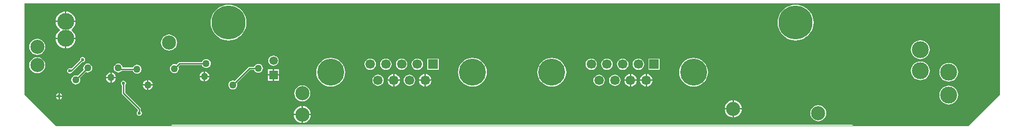
<source format=gbl>
%FSLAX25Y25*%
%MOIN*%
G70*
G01*
G75*
G04 Layer_Physical_Order=2*
G04 Layer_Color=16711680*
%ADD10O,0.08661X0.02362*%
%ADD11R,0.03543X0.05118*%
%ADD12R,0.02362X0.05512*%
%ADD13R,0.05118X0.03543*%
%ADD14R,0.04921X0.05906*%
%ADD15R,0.02362X0.05906*%
%ADD16C,0.00100*%
%ADD17C,0.01000*%
%ADD18C,0.07874*%
%ADD19C,0.06500*%
%ADD20C,0.00098*%
%ADD21C,0.18740*%
%ADD22R,0.06654X0.06654*%
%ADD23C,0.06654*%
%ADD24C,0.09843*%
%ADD25R,0.05906X0.05906*%
%ADD26C,0.05906*%
%ADD27C,0.23622*%
%ADD28C,0.11811*%
%ADD29C,0.02362*%
%ADD30C,0.05000*%
G36*
X763779Y32480D02*
X742126Y10827D01*
X662080D01*
X662030Y11080D01*
X661886Y11295D01*
X661671Y11439D01*
X661417Y11490D01*
X188976D01*
X188723Y11439D01*
X188508Y11295D01*
X188364Y11080D01*
X188314Y10827D01*
X108268D01*
X86614Y32480D01*
X86614D01*
Y96457D01*
X763779D01*
Y32480D01*
D02*
G37*
%LPC*%
G36*
X511727Y42138D02*
X507929D01*
Y38339D01*
X508559Y38422D01*
X509611Y38858D01*
X510515Y39552D01*
X511209Y40456D01*
X511645Y41508D01*
X511727Y42138D01*
D02*
G37*
G36*
X506929D02*
X503131D01*
X503214Y41508D01*
X503650Y40456D01*
X504343Y39552D01*
X505247Y38858D01*
X506300Y38422D01*
X506929Y38339D01*
Y42138D01*
D02*
G37*
G36*
X517835D02*
X514036D01*
X514119Y41508D01*
X514555Y40456D01*
X515249Y39552D01*
X516153Y38858D01*
X517205Y38422D01*
X517835Y38339D01*
Y42138D01*
D02*
G37*
G36*
X332118Y46598D02*
X331093Y46464D01*
X330138Y46068D01*
X329317Y45438D01*
X328688Y44618D01*
X328292Y43663D01*
X328157Y42638D01*
X328292Y41613D01*
X328688Y40657D01*
X329317Y39837D01*
X330138Y39208D01*
X331093Y38812D01*
X332118Y38677D01*
X333143Y38812D01*
X334099Y39208D01*
X334919Y39837D01*
X335548Y40657D01*
X335944Y41613D01*
X336079Y42638D01*
X335944Y43663D01*
X335548Y44618D01*
X334919Y45438D01*
X334099Y46068D01*
X333143Y46464D01*
X332118Y46598D01*
D02*
G37*
G36*
X522633Y42138D02*
X518835D01*
Y38339D01*
X519464Y38422D01*
X520517Y38858D01*
X521421Y39552D01*
X522114Y40456D01*
X522550Y41508D01*
X522633Y42138D01*
D02*
G37*
G36*
X342524D02*
X338725D01*
X338808Y41508D01*
X339244Y40456D01*
X339938Y39552D01*
X340842Y38858D01*
X341894Y38422D01*
X342524Y38339D01*
Y42138D01*
D02*
G37*
G36*
X551169Y58247D02*
X549215Y58054D01*
X547335Y57484D01*
X545603Y56558D01*
X544085Y55312D01*
X542839Y53794D01*
X541914Y52062D01*
X541343Y50183D01*
X541151Y48228D01*
X541343Y46274D01*
X541914Y44394D01*
X542839Y42663D01*
X544085Y41144D01*
X545603Y39898D01*
X547335Y38973D01*
X549215Y38403D01*
X551169Y38210D01*
X553124Y38403D01*
X555003Y38973D01*
X556735Y39898D01*
X558253Y41144D01*
X559499Y42663D01*
X560425Y44394D01*
X560995Y46274D01*
X561188Y48228D01*
X560995Y50183D01*
X560425Y52062D01*
X559499Y53794D01*
X558253Y55312D01*
X556735Y56558D01*
X555003Y57484D01*
X553124Y58054D01*
X551169Y58247D01*
D02*
G37*
G36*
X347322Y42138D02*
X343524D01*
Y38339D01*
X344153Y38422D01*
X345206Y38858D01*
X346110Y39552D01*
X346803Y40456D01*
X347239Y41508D01*
X347322Y42138D01*
D02*
G37*
G36*
X369133D02*
X365335D01*
Y38339D01*
X365964Y38422D01*
X367017Y38858D01*
X367921Y39552D01*
X368614Y40456D01*
X369050Y41508D01*
X369133Y42138D01*
D02*
G37*
G36*
X364335D02*
X360536D01*
X360619Y41508D01*
X361055Y40456D01*
X361749Y39552D01*
X362653Y38858D01*
X363705Y38422D01*
X364335Y38339D01*
Y42138D01*
D02*
G37*
G36*
X353929Y46598D02*
X352904Y46464D01*
X351949Y46068D01*
X351129Y45438D01*
X350499Y44618D01*
X350103Y43663D01*
X349969Y42638D01*
X350103Y41613D01*
X350499Y40657D01*
X351129Y39837D01*
X351949Y39208D01*
X352904Y38812D01*
X353929Y38677D01*
X354954Y38812D01*
X355909Y39208D01*
X356730Y39837D01*
X357359Y40657D01*
X357755Y41613D01*
X357890Y42638D01*
X357755Y43663D01*
X357359Y44618D01*
X356730Y45438D01*
X355909Y46068D01*
X354954Y46464D01*
X353929Y46598D01*
D02*
G37*
G36*
X728346Y54765D02*
X727071Y54640D01*
X725845Y54268D01*
X724715Y53664D01*
X723724Y52851D01*
X722911Y51860D01*
X722307Y50730D01*
X721935Y49504D01*
X721809Y48228D01*
X721935Y46953D01*
X722307Y45727D01*
X722911Y44597D01*
X723724Y43606D01*
X724715Y42793D01*
X725845Y42189D01*
X727071Y41817D01*
X728346Y41691D01*
X729622Y41817D01*
X730848Y42189D01*
X731978Y42793D01*
X732969Y43606D01*
X733782Y44597D01*
X734386Y45727D01*
X734758Y46953D01*
X734883Y48228D01*
X734758Y49504D01*
X734386Y50730D01*
X733782Y51860D01*
X732969Y52851D01*
X731978Y53664D01*
X730848Y54268D01*
X729622Y54640D01*
X728346Y54765D01*
D02*
G37*
G36*
X150118Y43988D02*
X147153D01*
Y41024D01*
X147567Y41078D01*
X148419Y41431D01*
X149150Y41992D01*
X149711Y42723D01*
X150063Y43575D01*
X150118Y43988D01*
D02*
G37*
G36*
X211114Y44776D02*
X208150D01*
X208204Y44362D01*
X208557Y43510D01*
X209118Y42779D01*
X209849Y42218D01*
X210700Y41866D01*
X211114Y41811D01*
Y44776D01*
D02*
G37*
G36*
X258976Y45827D02*
X255524D01*
Y42374D01*
X258976D01*
Y45827D01*
D02*
G37*
G36*
X215078Y44776D02*
X212114D01*
Y41811D01*
X212528Y41866D01*
X213379Y42218D01*
X214110Y42779D01*
X214671Y43510D01*
X215024Y44362D01*
X215078Y44776D01*
D02*
G37*
G36*
X496524Y46598D02*
X495499Y46464D01*
X494543Y46068D01*
X493723Y45438D01*
X493094Y44618D01*
X492698Y43663D01*
X492563Y42638D01*
X492698Y41613D01*
X493094Y40657D01*
X493723Y39837D01*
X494543Y39208D01*
X495499Y38812D01*
X496524Y38677D01*
X497549Y38812D01*
X498504Y39208D01*
X499324Y39837D01*
X499954Y40657D01*
X500349Y41613D01*
X500484Y42638D01*
X500349Y43663D01*
X499954Y44618D01*
X499324Y45438D01*
X498504Y46068D01*
X497549Y46464D01*
X496524Y46598D01*
D02*
G37*
G36*
X485618D02*
X484593Y46464D01*
X483638Y46068D01*
X482818Y45438D01*
X482188Y44618D01*
X481792Y43663D01*
X481658Y42638D01*
X481792Y41613D01*
X482188Y40657D01*
X482818Y39837D01*
X483638Y39208D01*
X484593Y38812D01*
X485618Y38677D01*
X486643Y38812D01*
X487598Y39208D01*
X488419Y39837D01*
X489048Y40657D01*
X489444Y41613D01*
X489579Y42638D01*
X489444Y43663D01*
X489048Y44618D01*
X488419Y45438D01*
X487598Y46068D01*
X486643Y46464D01*
X485618Y46598D01*
D02*
G37*
G36*
X171744Y42834D02*
X171330Y42780D01*
X170479Y42427D01*
X169748Y41866D01*
X169187Y41135D01*
X168834Y40284D01*
X168780Y39870D01*
X171744D01*
Y42834D01*
D02*
G37*
G36*
X146153Y43988D02*
X143189D01*
X143244Y43575D01*
X143596Y42723D01*
X144157Y41992D01*
X144888Y41431D01*
X145740Y41078D01*
X146153Y41024D01*
Y43988D01*
D02*
G37*
G36*
X172744Y42834D02*
Y39870D01*
X175708D01*
X175654Y40284D01*
X175301Y41135D01*
X174740Y41866D01*
X174009Y42427D01*
X173158Y42780D01*
X172744Y42834D01*
D02*
G37*
G36*
X279028Y24601D02*
X278367Y24536D01*
X277251Y24198D01*
X276222Y23648D01*
X275320Y22908D01*
X274580Y22006D01*
X274031Y20978D01*
X273692Y19862D01*
X273627Y19201D01*
X279028D01*
Y24601D01*
D02*
G37*
G36*
X155372Y42311D02*
X154677Y42172D01*
X154088Y41779D01*
X153694Y41189D01*
X153556Y40494D01*
X153694Y39799D01*
X154088Y39210D01*
X154250Y39102D01*
Y33605D01*
X154250Y33605D01*
X154335Y33176D01*
X154579Y32812D01*
X165217Y22173D01*
Y21078D01*
X165055Y20969D01*
X164661Y20380D01*
X164523Y19685D01*
X164661Y18990D01*
X165055Y18401D01*
X165644Y18007D01*
X166339Y17869D01*
X167034Y18007D01*
X167623Y18401D01*
X168016Y18990D01*
X168155Y19685D01*
X168016Y20380D01*
X167623Y20969D01*
X167460Y21078D01*
Y22638D01*
X167460Y22638D01*
X167375Y23067D01*
X167132Y23431D01*
X167132Y23431D01*
X156493Y34069D01*
Y39102D01*
X156656Y39210D01*
X157049Y39799D01*
X157188Y40494D01*
X157049Y41189D01*
X156656Y41779D01*
X156067Y42172D01*
X155372Y42311D01*
D02*
G37*
G36*
X280028Y24601D02*
Y19201D01*
X285428D01*
X285363Y19862D01*
X285025Y20978D01*
X284475Y22006D01*
X283735Y22908D01*
X282833Y23648D01*
X281804Y24198D01*
X280688Y24536D01*
X280028Y24601D01*
D02*
G37*
G36*
X579240Y28539D02*
Y23138D01*
X584641D01*
X584576Y23799D01*
X584237Y24915D01*
X583687Y25943D01*
X582947Y26845D01*
X582046Y27585D01*
X581017Y28135D01*
X579901Y28473D01*
X579240Y28539D01*
D02*
G37*
G36*
X578240D02*
X577579Y28473D01*
X576463Y28135D01*
X575435Y27585D01*
X574533Y26845D01*
X573793Y25943D01*
X573243Y24915D01*
X572905Y23799D01*
X572839Y23138D01*
X578240D01*
Y28539D01*
D02*
G37*
G36*
X285428Y18201D02*
X280028D01*
Y12800D01*
X280688Y12865D01*
X281804Y13204D01*
X282833Y13754D01*
X283735Y14494D01*
X284475Y15395D01*
X285025Y16424D01*
X285363Y17540D01*
X285428Y18201D01*
D02*
G37*
G36*
X279028D02*
X273627D01*
X273692Y17540D01*
X274031Y16424D01*
X274580Y15395D01*
X275320Y14494D01*
X276222Y13754D01*
X277251Y13204D01*
X278367Y12865D01*
X279028Y12800D01*
Y18201D01*
D02*
G37*
G36*
X637795Y25254D02*
X636354Y25064D01*
X635011Y24508D01*
X633857Y23623D01*
X632972Y22469D01*
X632416Y21126D01*
X632226Y19685D01*
X632416Y18244D01*
X632972Y16901D01*
X633857Y15747D01*
X635011Y14862D01*
X636354Y14306D01*
X637795Y14116D01*
X639237Y14306D01*
X640580Y14862D01*
X641733Y15747D01*
X642618Y16901D01*
X643174Y18244D01*
X643364Y19685D01*
X643174Y21126D01*
X642618Y22469D01*
X641733Y23623D01*
X640580Y24508D01*
X639237Y25064D01*
X637795Y25254D01*
D02*
G37*
G36*
X584641Y22138D02*
X579240D01*
Y16737D01*
X579901Y16802D01*
X581017Y17141D01*
X582046Y17691D01*
X582947Y18431D01*
X583687Y19332D01*
X584237Y20361D01*
X584576Y21477D01*
X584641Y22138D01*
D02*
G37*
G36*
X578240D02*
X572839D01*
X572905Y21477D01*
X573243Y20361D01*
X573793Y19332D01*
X574533Y18431D01*
X575435Y17691D01*
X576463Y17141D01*
X577579Y16802D01*
X578240Y16737D01*
Y22138D01*
D02*
G37*
G36*
X728346Y38820D02*
X727071Y38695D01*
X725845Y38323D01*
X724715Y37719D01*
X723724Y36906D01*
X722911Y35915D01*
X722307Y34785D01*
X721935Y33559D01*
X721809Y32283D01*
X721935Y31008D01*
X722307Y29782D01*
X722911Y28652D01*
X723724Y27661D01*
X724715Y26848D01*
X725845Y26244D01*
X727071Y25872D01*
X728346Y25747D01*
X729622Y25872D01*
X730848Y26244D01*
X731978Y26848D01*
X732969Y27661D01*
X733782Y28652D01*
X734386Y29782D01*
X734758Y31008D01*
X734883Y32283D01*
X734758Y33559D01*
X734386Y34785D01*
X733782Y35915D01*
X732969Y36906D01*
X731978Y37719D01*
X730848Y38323D01*
X729622Y38695D01*
X728346Y38820D01*
D02*
G37*
G36*
X175708Y38870D02*
X172744D01*
Y35906D01*
X173158Y35960D01*
X174009Y36313D01*
X174740Y36874D01*
X175301Y37605D01*
X175654Y38456D01*
X175708Y38870D01*
D02*
G37*
G36*
X171744D02*
X168780D01*
X168834Y38456D01*
X169187Y37605D01*
X169748Y36874D01*
X170479Y36313D01*
X171330Y35960D01*
X171744Y35906D01*
Y38870D01*
D02*
G37*
G36*
X299284Y58247D02*
X297329Y58054D01*
X295450Y57484D01*
X293718Y56558D01*
X292199Y55312D01*
X290953Y53794D01*
X290028Y52062D01*
X289458Y50183D01*
X289265Y48228D01*
X289458Y46274D01*
X290028Y44394D01*
X290953Y42663D01*
X292199Y41144D01*
X293718Y39898D01*
X295450Y38973D01*
X297329Y38403D01*
X299284Y38210D01*
X301238Y38403D01*
X303117Y38973D01*
X304849Y39898D01*
X306367Y41144D01*
X307613Y42663D01*
X308539Y44394D01*
X309109Y46274D01*
X309302Y48228D01*
X309109Y50183D01*
X308539Y52062D01*
X307613Y53794D01*
X306367Y55312D01*
X304849Y56558D01*
X303117Y57484D01*
X301238Y58054D01*
X299284Y58247D01*
D02*
G37*
G36*
X452783D02*
X450829Y58054D01*
X448950Y57484D01*
X447218Y56558D01*
X445699Y55312D01*
X444453Y53794D01*
X443528Y52062D01*
X442958Y50183D01*
X442765Y48228D01*
X442958Y46274D01*
X443528Y44394D01*
X444453Y42663D01*
X445699Y41144D01*
X447218Y39898D01*
X448950Y38973D01*
X450829Y38403D01*
X452783Y38210D01*
X454738Y38403D01*
X456617Y38973D01*
X458349Y39898D01*
X459867Y41144D01*
X461113Y42663D01*
X462039Y44394D01*
X462609Y46274D01*
X462802Y48228D01*
X462609Y50183D01*
X462039Y52062D01*
X461113Y53794D01*
X459867Y55312D01*
X458349Y56558D01*
X456617Y57484D01*
X454738Y58054D01*
X452783Y58247D01*
D02*
G37*
G36*
X397669D02*
X395715Y58054D01*
X393835Y57484D01*
X392103Y56558D01*
X390585Y55312D01*
X389339Y53794D01*
X388414Y52062D01*
X387843Y50183D01*
X387651Y48228D01*
X387843Y46274D01*
X388414Y44394D01*
X389339Y42663D01*
X390585Y41144D01*
X392103Y39898D01*
X393835Y38973D01*
X395715Y38403D01*
X397669Y38210D01*
X399624Y38403D01*
X401503Y38973D01*
X403235Y39898D01*
X404753Y41144D01*
X405999Y42663D01*
X406925Y44394D01*
X407495Y46274D01*
X407688Y48228D01*
X407495Y50183D01*
X406925Y52062D01*
X405999Y53794D01*
X404753Y55312D01*
X403235Y56558D01*
X401503Y57484D01*
X399624Y58054D01*
X397669Y58247D01*
D02*
G37*
G36*
X110130Y30996D02*
X108505D01*
X108575Y30645D01*
X109057Y29924D01*
X109779Y29441D01*
X110130Y29372D01*
Y30996D01*
D02*
G37*
G36*
X279528Y39033D02*
X278086Y38844D01*
X276743Y38287D01*
X275590Y37402D01*
X274705Y36249D01*
X274148Y34906D01*
X273959Y33465D01*
X274148Y32023D01*
X274705Y30680D01*
X275590Y29527D01*
X276743Y28642D01*
X278086Y28085D01*
X279528Y27896D01*
X280969Y28085D01*
X282312Y28642D01*
X283465Y29527D01*
X284350Y30680D01*
X284907Y32023D01*
X285097Y33465D01*
X284907Y34906D01*
X284350Y36249D01*
X283465Y37402D01*
X282312Y38287D01*
X280969Y38844D01*
X279528Y39033D01*
D02*
G37*
G36*
X112754Y30996D02*
X111130D01*
Y29372D01*
X111481Y29441D01*
X112202Y29924D01*
X112685Y30645D01*
X112754Y30996D01*
D02*
G37*
G36*
X111130Y33620D02*
Y31996D01*
X112754D01*
X112685Y32347D01*
X112202Y33068D01*
X111481Y33551D01*
X111130Y33620D01*
D02*
G37*
G36*
X110130D02*
X109779Y33551D01*
X109057Y33068D01*
X108575Y32347D01*
X108505Y31996D01*
X110130D01*
Y33620D01*
D02*
G37*
G36*
X527714Y57746D02*
X519861D01*
Y49892D01*
X527714D01*
Y57746D01*
D02*
G37*
G36*
X374214D02*
X366361D01*
Y49892D01*
X374214D01*
Y57746D01*
D02*
G37*
G36*
X249016Y54080D02*
X248206Y53973D01*
X247452Y53661D01*
X246805Y53164D01*
X246308Y52516D01*
X246125Y52074D01*
X242882D01*
X242882Y52074D01*
X242453Y51989D01*
X242089Y51746D01*
X242089Y51746D01*
X232550Y42207D01*
X232108Y42390D01*
X231299Y42497D01*
X230490Y42390D01*
X229736Y42078D01*
X229088Y41581D01*
X228591Y40933D01*
X228279Y40179D01*
X228172Y39370D01*
X228279Y38561D01*
X228591Y37807D01*
X229088Y37159D01*
X229736Y36662D01*
X230490Y36350D01*
X231299Y36243D01*
X232108Y36350D01*
X232863Y36662D01*
X233510Y37159D01*
X234007Y37807D01*
X234319Y38561D01*
X234426Y39370D01*
X234319Y40179D01*
X234136Y40621D01*
X243346Y49831D01*
X246125D01*
X246308Y49389D01*
X246805Y48742D01*
X247452Y48245D01*
X248206Y47932D01*
X249016Y47826D01*
X249825Y47932D01*
X250579Y48245D01*
X251227Y48742D01*
X251724Y49389D01*
X252036Y50143D01*
X252143Y50953D01*
X252036Y51762D01*
X251724Y52516D01*
X251227Y53164D01*
X250579Y53661D01*
X249825Y53973D01*
X249016Y54080D01*
D02*
G37*
G36*
X126969Y58903D02*
X126274Y58764D01*
X125684Y58371D01*
X125291Y57782D01*
X125153Y57087D01*
X125191Y56895D01*
X119034Y50738D01*
X118805Y50890D01*
X118110Y51029D01*
X117415Y50890D01*
X116826Y50497D01*
X116432Y49908D01*
X116294Y49213D01*
X116432Y48518D01*
X116826Y47929D01*
X117415Y47535D01*
X118110Y47397D01*
X118805Y47535D01*
X119394Y47929D01*
X119589Y48220D01*
X119888Y48419D01*
X126777Y55309D01*
X126969Y55271D01*
X127663Y55409D01*
X128253Y55803D01*
X128646Y56392D01*
X128785Y57087D01*
X128646Y57782D01*
X128253Y58371D01*
X127663Y58764D01*
X126969Y58903D01*
D02*
G37*
G36*
X259476Y59910D02*
X258549Y59788D01*
X257685Y59430D01*
X256943Y58861D01*
X256373Y58118D01*
X256015Y57254D01*
X255893Y56327D01*
X256015Y55399D01*
X256373Y54535D01*
X256943Y53793D01*
X257685Y53224D01*
X258549Y52865D01*
X259476Y52743D01*
X260404Y52865D01*
X261268Y53224D01*
X262010Y53793D01*
X262580Y54535D01*
X262938Y55399D01*
X263060Y56327D01*
X262938Y57254D01*
X262580Y58118D01*
X262010Y58861D01*
X261268Y59430D01*
X260404Y59788D01*
X259476Y59910D01*
D02*
G37*
G36*
X480165Y57780D02*
X479140Y57645D01*
X478185Y57249D01*
X477365Y56620D01*
X476735Y55799D01*
X476340Y54844D01*
X476205Y53819D01*
X476340Y52794D01*
X476735Y51839D01*
X477365Y51018D01*
X478185Y50389D01*
X479140Y49993D01*
X480165Y49858D01*
X481190Y49993D01*
X482146Y50389D01*
X482966Y51018D01*
X483595Y51839D01*
X483991Y52794D01*
X484126Y53819D01*
X483991Y54844D01*
X483595Y55799D01*
X482966Y56620D01*
X482146Y57249D01*
X481190Y57645D01*
X480165Y57780D01*
D02*
G37*
G36*
X359382D02*
X358357Y57645D01*
X357402Y57249D01*
X356581Y56620D01*
X355952Y55799D01*
X355556Y54844D01*
X355421Y53819D01*
X355556Y52794D01*
X355952Y51839D01*
X356581Y51018D01*
X357402Y50389D01*
X358357Y49993D01*
X359382Y49858D01*
X360407Y49993D01*
X361362Y50389D01*
X362182Y51018D01*
X362812Y51839D01*
X363208Y52794D01*
X363342Y53819D01*
X363208Y54844D01*
X362812Y55799D01*
X362182Y56620D01*
X361362Y57249D01*
X360407Y57645D01*
X359382Y57780D01*
D02*
G37*
G36*
X491071D02*
X490046Y57645D01*
X489091Y57249D01*
X488270Y56620D01*
X487641Y55799D01*
X487245Y54844D01*
X487110Y53819D01*
X487245Y52794D01*
X487641Y51839D01*
X488270Y51018D01*
X489091Y50389D01*
X490046Y49993D01*
X491071Y49858D01*
X492096Y49993D01*
X493051Y50389D01*
X493871Y51018D01*
X494501Y51839D01*
X494897Y52794D01*
X495031Y53819D01*
X494897Y54844D01*
X494501Y55799D01*
X493871Y56620D01*
X493051Y57249D01*
X492096Y57645D01*
X491071Y57780D01*
D02*
G37*
G36*
X512882D02*
X511857Y57645D01*
X510902Y57249D01*
X510081Y56620D01*
X509452Y55799D01*
X509056Y54844D01*
X508921Y53819D01*
X509056Y52794D01*
X509452Y51839D01*
X510081Y51018D01*
X510902Y50389D01*
X511857Y49993D01*
X512882Y49858D01*
X513907Y49993D01*
X514862Y50389D01*
X515683Y51018D01*
X516312Y51839D01*
X516708Y52794D01*
X516843Y53819D01*
X516708Y54844D01*
X516312Y55799D01*
X515683Y56620D01*
X514862Y57249D01*
X513907Y57645D01*
X512882Y57780D01*
D02*
G37*
G36*
X501976D02*
X500951Y57645D01*
X499996Y57249D01*
X499176Y56620D01*
X498546Y55799D01*
X498151Y54844D01*
X498016Y53819D01*
X498151Y52794D01*
X498546Y51839D01*
X499176Y51018D01*
X499996Y50389D01*
X500951Y49993D01*
X501976Y49858D01*
X503001Y49993D01*
X503957Y50389D01*
X504777Y51018D01*
X505406Y51839D01*
X505802Y52794D01*
X505937Y53819D01*
X505802Y54844D01*
X505406Y55799D01*
X504777Y56620D01*
X503957Y57249D01*
X503001Y57645D01*
X501976Y57780D01*
D02*
G37*
G36*
X212795Y57458D02*
X211986Y57351D01*
X211232Y57039D01*
X210584Y56542D01*
X210087Y55894D01*
X209904Y55452D01*
X194291D01*
X194291Y55452D01*
X193862Y55367D01*
X193498Y55124D01*
X193498Y55124D01*
X191999Y53625D01*
X191557Y53808D01*
X190748Y53914D01*
X189939Y53808D01*
X189185Y53495D01*
X188537Y52998D01*
X188040Y52351D01*
X187728Y51597D01*
X187621Y50787D01*
X187728Y49978D01*
X188040Y49224D01*
X188537Y48577D01*
X189185Y48080D01*
X189939Y47767D01*
X190748Y47661D01*
X191557Y47767D01*
X192311Y48080D01*
X192959Y48577D01*
X193456Y49224D01*
X193768Y49978D01*
X193875Y50787D01*
X193768Y51597D01*
X193585Y52039D01*
X194756Y53209D01*
X209904D01*
X210087Y52767D01*
X210584Y52120D01*
X211232Y51623D01*
X211986Y51310D01*
X212795Y51204D01*
X213604Y51310D01*
X214359Y51623D01*
X215006Y52120D01*
X215503Y52767D01*
X215815Y53522D01*
X215922Y54331D01*
X215815Y55140D01*
X215503Y55894D01*
X215006Y56542D01*
X214359Y57039D01*
X213604Y57351D01*
X212795Y57458D01*
D02*
G37*
G36*
X622047Y95323D02*
X620099Y95170D01*
X618200Y94714D01*
X616395Y93966D01*
X614729Y92945D01*
X613244Y91677D01*
X611975Y90191D01*
X610954Y88525D01*
X610207Y86721D01*
X609751Y84821D01*
X609597Y82874D01*
X609751Y80926D01*
X610207Y79027D01*
X610954Y77222D01*
X611975Y75556D01*
X613244Y74071D01*
X614729Y72802D01*
X616395Y71781D01*
X618200Y71034D01*
X620099Y70578D01*
X622047Y70424D01*
X623994Y70578D01*
X625894Y71034D01*
X627699Y71781D01*
X629364Y72802D01*
X630850Y74071D01*
X632119Y75556D01*
X633139Y77222D01*
X633887Y79027D01*
X634343Y80926D01*
X634496Y82874D01*
X634343Y84821D01*
X633887Y86721D01*
X633139Y88525D01*
X632119Y90191D01*
X630850Y91677D01*
X629364Y92945D01*
X627699Y93966D01*
X625894Y94714D01*
X623994Y95170D01*
X622047Y95323D01*
D02*
G37*
G36*
X228346D02*
X226398Y95170D01*
X224499Y94714D01*
X222694Y93966D01*
X221028Y92945D01*
X219543Y91677D01*
X218274Y90191D01*
X217254Y88525D01*
X216506Y86721D01*
X216050Y84821D01*
X215897Y82874D01*
X216050Y80926D01*
X216506Y79027D01*
X217254Y77222D01*
X218274Y75556D01*
X219543Y74071D01*
X221028Y72802D01*
X222694Y71781D01*
X224499Y71034D01*
X226398Y70578D01*
X228346Y70424D01*
X230294Y70578D01*
X232193Y71034D01*
X233998Y71781D01*
X235664Y72802D01*
X237149Y74071D01*
X238418Y75556D01*
X239439Y77222D01*
X240186Y79027D01*
X240642Y80926D01*
X240795Y82874D01*
X240642Y84821D01*
X240186Y86721D01*
X239439Y88525D01*
X238418Y90191D01*
X237149Y91677D01*
X235664Y92945D01*
X233998Y93966D01*
X232193Y94714D01*
X230294Y95170D01*
X228346Y95323D01*
D02*
G37*
G36*
X122047Y83161D02*
X108268D01*
X108352Y82308D01*
X108747Y81006D01*
X109388Y79806D01*
X110251Y78755D01*
X111163Y78006D01*
Y77506D01*
X110251Y76757D01*
X109388Y75705D01*
X108747Y74506D01*
X108352Y73204D01*
X108268Y72350D01*
X122047D01*
X121963Y73204D01*
X121568Y74506D01*
X120927Y75705D01*
X120064Y76757D01*
X119151Y77506D01*
Y78006D01*
X120064Y78755D01*
X120927Y79806D01*
X121568Y81006D01*
X121963Y82308D01*
X122047Y83161D01*
D02*
G37*
G36*
X115657Y90551D02*
Y84161D01*
X122047D01*
X121963Y85015D01*
X121568Y86317D01*
X120927Y87516D01*
X120064Y88568D01*
X119012Y89431D01*
X117813Y90072D01*
X116511Y90467D01*
X115657Y90551D01*
D02*
G37*
G36*
X114657D02*
X113804Y90467D01*
X112502Y90072D01*
X111302Y89431D01*
X110251Y88568D01*
X109388Y87516D01*
X108747Y86317D01*
X108352Y85015D01*
X108268Y84161D01*
X114657D01*
Y90551D01*
D02*
G37*
G36*
X95472Y71514D02*
X94031Y71324D01*
X92688Y70768D01*
X91535Y69883D01*
X90650Y68729D01*
X90093Y67386D01*
X89903Y65945D01*
X90093Y64504D01*
X90650Y63160D01*
X91535Y62007D01*
X92688Y61122D01*
X94031Y60566D01*
X95472Y60376D01*
X96914Y60566D01*
X98257Y61122D01*
X99410Y62007D01*
X100295Y63160D01*
X100852Y64504D01*
X101041Y65945D01*
X100852Y67386D01*
X100295Y68729D01*
X99410Y69883D01*
X98257Y70768D01*
X96914Y71324D01*
X95472Y71514D01*
D02*
G37*
G36*
X708661Y70513D02*
X707386Y70388D01*
X706160Y70016D01*
X705030Y69412D01*
X704039Y68599D01*
X703226Y67608D01*
X702622Y66478D01*
X702250Y65252D01*
X702124Y63976D01*
X702250Y62701D01*
X702622Y61475D01*
X703226Y60345D01*
X704039Y59354D01*
X705030Y58541D01*
X706160Y57937D01*
X707386Y57565D01*
X708661Y57439D01*
X709937Y57565D01*
X711163Y57937D01*
X712293Y58541D01*
X713284Y59354D01*
X714097Y60345D01*
X714701Y61475D01*
X715073Y62701D01*
X715198Y63976D01*
X715073Y65252D01*
X714701Y66478D01*
X714097Y67608D01*
X713284Y68599D01*
X712293Y69412D01*
X711163Y70016D01*
X709937Y70388D01*
X708661Y70513D01*
D02*
G37*
G36*
X187008Y74467D02*
X185566Y74277D01*
X184223Y73721D01*
X183070Y72835D01*
X182185Y71682D01*
X181629Y70339D01*
X181439Y68898D01*
X181629Y67456D01*
X182185Y66113D01*
X183070Y64960D01*
X184223Y64075D01*
X185566Y63519D01*
X187008Y63329D01*
X188449Y63519D01*
X189792Y64075D01*
X190946Y64960D01*
X191831Y66113D01*
X192387Y67456D01*
X192577Y68898D01*
X192387Y70339D01*
X191831Y71682D01*
X190946Y72835D01*
X189792Y73721D01*
X188449Y74277D01*
X187008Y74467D01*
D02*
G37*
G36*
X122047Y71350D02*
X115657D01*
Y64961D01*
X116511Y65045D01*
X117813Y65440D01*
X119012Y66081D01*
X120064Y66944D01*
X120927Y67995D01*
X121568Y69195D01*
X121963Y70497D01*
X122047Y71350D01*
D02*
G37*
G36*
X114657D02*
X108268D01*
X108352Y70497D01*
X108747Y69195D01*
X109388Y67995D01*
X110251Y66944D01*
X111302Y66081D01*
X112502Y65440D01*
X113804Y65045D01*
X114657Y64961D01*
Y71350D01*
D02*
G37*
G36*
X348476Y57780D02*
X347451Y57645D01*
X346496Y57249D01*
X345676Y56620D01*
X345046Y55799D01*
X344651Y54844D01*
X344516Y53819D01*
X344651Y52794D01*
X345046Y51839D01*
X345676Y51018D01*
X346496Y50389D01*
X347451Y49993D01*
X348476Y49858D01*
X349501Y49993D01*
X350457Y50389D01*
X351277Y51018D01*
X351906Y51839D01*
X352302Y52794D01*
X352437Y53819D01*
X352302Y54844D01*
X351906Y55799D01*
X351277Y56620D01*
X350457Y57249D01*
X349501Y57645D01*
X348476Y57780D01*
D02*
G37*
G36*
X506929Y46936D02*
X506300Y46853D01*
X505247Y46417D01*
X504343Y45724D01*
X503650Y44820D01*
X503214Y43767D01*
X503131Y43138D01*
X506929D01*
Y46936D01*
D02*
G37*
G36*
X365335D02*
Y43138D01*
X369133D01*
X369050Y43767D01*
X368614Y44820D01*
X367921Y45724D01*
X367017Y46417D01*
X365964Y46853D01*
X365335Y46936D01*
D02*
G37*
G36*
X507929D02*
Y43138D01*
X511727D01*
X511645Y43767D01*
X511209Y44820D01*
X510515Y45724D01*
X509611Y46417D01*
X508559Y46853D01*
X507929Y46936D01*
D02*
G37*
G36*
X518835D02*
Y43138D01*
X522633D01*
X522550Y43767D01*
X522114Y44820D01*
X521421Y45724D01*
X520517Y46417D01*
X519464Y46853D01*
X518835Y46936D01*
D02*
G37*
G36*
X517835D02*
X517205Y46853D01*
X516153Y46417D01*
X515249Y45724D01*
X514555Y44820D01*
X514119Y43767D01*
X514036Y43138D01*
X517835D01*
Y46936D01*
D02*
G37*
G36*
X708661Y55750D02*
X707386Y55624D01*
X706160Y55252D01*
X705030Y54648D01*
X704039Y53835D01*
X703226Y52844D01*
X702622Y51714D01*
X702250Y50488D01*
X702124Y49213D01*
X702250Y47937D01*
X702622Y46711D01*
X703226Y45581D01*
X704039Y44590D01*
X705030Y43777D01*
X706160Y43173D01*
X707386Y42801D01*
X708661Y42676D01*
X709937Y42801D01*
X711163Y43173D01*
X712293Y43777D01*
X713284Y44590D01*
X714097Y45581D01*
X714701Y46711D01*
X715073Y47937D01*
X715198Y49213D01*
X715073Y50488D01*
X714701Y51714D01*
X714097Y52844D01*
X713284Y53835D01*
X712293Y54648D01*
X711163Y55252D01*
X709937Y55624D01*
X708661Y55750D01*
D02*
G37*
G36*
X263429Y45827D02*
X259976D01*
Y42374D01*
X263429D01*
Y45827D01*
D02*
G37*
G36*
X342524Y46936D02*
X341894Y46853D01*
X340842Y46417D01*
X339938Y45724D01*
X339244Y44820D01*
X338808Y43767D01*
X338725Y43138D01*
X342524D01*
Y46936D01*
D02*
G37*
G36*
X364335D02*
X363705Y46853D01*
X362653Y46417D01*
X361749Y45724D01*
X361055Y44820D01*
X360619Y43767D01*
X360536Y43138D01*
X364335D01*
Y46936D01*
D02*
G37*
G36*
X343524D02*
Y43138D01*
X347322D01*
X347239Y43767D01*
X346803Y44820D01*
X346110Y45724D01*
X345206Y46417D01*
X344153Y46853D01*
X343524Y46936D01*
D02*
G37*
G36*
X146153Y47953D02*
X145740Y47898D01*
X144888Y47545D01*
X144157Y46984D01*
X143596Y46253D01*
X143244Y45402D01*
X143189Y44988D01*
X146153D01*
Y47953D01*
D02*
G37*
G36*
X95472Y58719D02*
X94031Y58529D01*
X92688Y57972D01*
X91535Y57087D01*
X90650Y55934D01*
X90093Y54591D01*
X89903Y53150D01*
X90093Y51708D01*
X90650Y50365D01*
X91535Y49212D01*
X92688Y48327D01*
X94031Y47771D01*
X95472Y47581D01*
X96914Y47771D01*
X98257Y48327D01*
X99410Y49212D01*
X100295Y50365D01*
X100852Y51708D01*
X101041Y53150D01*
X100852Y54591D01*
X100295Y55934D01*
X99410Y57087D01*
X98257Y57972D01*
X96914Y58529D01*
X95472Y58719D01*
D02*
G37*
G36*
X151772Y54308D02*
X150962Y54201D01*
X150208Y53889D01*
X149561Y53392D01*
X149064Y52745D01*
X148751Y51990D01*
X148645Y51181D01*
X148751Y50372D01*
X149064Y49618D01*
X149561Y48970D01*
X150208Y48473D01*
X150962Y48161D01*
X151772Y48054D01*
X152581Y48161D01*
X153335Y48473D01*
X153983Y48970D01*
X154214Y49272D01*
X161873D01*
X162056Y48830D01*
X162553Y48183D01*
X163200Y47686D01*
X163954Y47374D01*
X164764Y47267D01*
X165573Y47374D01*
X166327Y47686D01*
X166975Y48183D01*
X167472Y48830D01*
X167784Y49584D01*
X167891Y50394D01*
X167784Y51203D01*
X167472Y51957D01*
X166975Y52605D01*
X166327Y53101D01*
X165573Y53414D01*
X164764Y53521D01*
X163954Y53414D01*
X163200Y53101D01*
X162553Y52605D01*
X162056Y51957D01*
X161873Y51515D01*
X154854D01*
X154792Y51990D01*
X154480Y52745D01*
X153983Y53392D01*
X153335Y53889D01*
X152581Y54201D01*
X151772Y54308D01*
D02*
G37*
G36*
X130512D02*
X129702Y54201D01*
X128948Y53889D01*
X128301Y53392D01*
X127804Y52745D01*
X127492Y51990D01*
X127385Y51181D01*
X127492Y50372D01*
X127675Y49930D01*
X123495Y45751D01*
X123053Y45934D01*
X122244Y46040D01*
X121435Y45934D01*
X120681Y45621D01*
X120033Y45124D01*
X119536Y44477D01*
X119224Y43723D01*
X119117Y42913D01*
X119224Y42104D01*
X119536Y41350D01*
X120033Y40702D01*
X120681Y40205D01*
X121435Y39893D01*
X122244Y39787D01*
X123053Y39893D01*
X123808Y40205D01*
X124455Y40702D01*
X124952Y41350D01*
X125264Y42104D01*
X125371Y42913D01*
X125264Y43723D01*
X125081Y44164D01*
X129261Y48344D01*
X129702Y48161D01*
X130512Y48054D01*
X131321Y48161D01*
X132075Y48473D01*
X132723Y48970D01*
X133220Y49618D01*
X133532Y50372D01*
X133639Y51181D01*
X133532Y51990D01*
X133220Y52745D01*
X132723Y53392D01*
X132075Y53889D01*
X131321Y54201D01*
X130512Y54308D01*
D02*
G37*
G36*
X337571Y57780D02*
X336546Y57645D01*
X335591Y57249D01*
X334770Y56620D01*
X334141Y55799D01*
X333745Y54844D01*
X333610Y53819D01*
X333745Y52794D01*
X334141Y51839D01*
X334770Y51018D01*
X335591Y50389D01*
X336546Y49993D01*
X337571Y49858D01*
X338596Y49993D01*
X339551Y50389D01*
X340371Y51018D01*
X341001Y51839D01*
X341397Y52794D01*
X341531Y53819D01*
X341397Y54844D01*
X341001Y55799D01*
X340371Y56620D01*
X339551Y57249D01*
X338596Y57645D01*
X337571Y57780D01*
D02*
G37*
G36*
X326665D02*
X325640Y57645D01*
X324685Y57249D01*
X323865Y56620D01*
X323235Y55799D01*
X322840Y54844D01*
X322705Y53819D01*
X322840Y52794D01*
X323235Y51839D01*
X323865Y51018D01*
X324685Y50389D01*
X325640Y49993D01*
X326665Y49858D01*
X327691Y49993D01*
X328646Y50389D01*
X329466Y51018D01*
X330095Y51839D01*
X330491Y52794D01*
X330626Y53819D01*
X330491Y54844D01*
X330095Y55799D01*
X329466Y56620D01*
X328646Y57249D01*
X327691Y57645D01*
X326665Y57780D01*
D02*
G37*
G36*
X211114Y48740D02*
X210700Y48686D01*
X209849Y48333D01*
X209118Y47772D01*
X208557Y47041D01*
X208204Y46189D01*
X208150Y45776D01*
X211114D01*
Y48740D01*
D02*
G37*
G36*
X147153Y47953D02*
Y44988D01*
X150118D01*
X150063Y45402D01*
X149711Y46253D01*
X149150Y46984D01*
X148419Y47545D01*
X147567Y47898D01*
X147153Y47953D01*
D02*
G37*
G36*
X212114Y48740D02*
Y45776D01*
X215078D01*
X215024Y46189D01*
X214671Y47041D01*
X214110Y47772D01*
X213379Y48333D01*
X212528Y48686D01*
X212114Y48740D01*
D02*
G37*
G36*
X263429Y50279D02*
X259976D01*
Y46827D01*
X263429D01*
Y50279D01*
D02*
G37*
G36*
X258976D02*
X255524D01*
Y46827D01*
X258976D01*
Y50279D01*
D02*
G37*
%LPD*%
D16*
X188976Y10827D02*
X661417D01*
X763779Y32480D02*
Y96457D01*
X742126Y10827D02*
X763779Y32480D01*
X108268Y10827D02*
X742126D01*
X86614Y32480D02*
X108268Y10827D01*
X86614Y96457D02*
X763779D01*
D17*
X119095Y49213D02*
X126969Y57087D01*
X118110Y49213D02*
X119095D01*
X166339Y19685D02*
Y22638D01*
X155372Y33605D02*
X166339Y22638D01*
X155372Y33605D02*
Y40494D01*
X122244Y42913D02*
X130118Y50787D01*
X152559Y50394D02*
X164764D01*
X151772Y51181D02*
X152559Y50394D01*
X194291Y54331D02*
X212795D01*
X190748Y50787D02*
X194291Y54331D01*
X231299Y39370D02*
X242882Y50953D01*
X249016D01*
D20*
X86614Y32480D02*
Y96457D01*
D21*
X452783Y48228D02*
D03*
X551169D02*
D03*
X299284D02*
D03*
X397669D02*
D03*
D22*
X523787Y53819D02*
D03*
X370287D02*
D03*
D23*
X518335Y42638D02*
D03*
X512882Y53819D02*
D03*
X507429Y42638D02*
D03*
X501976Y53819D02*
D03*
X496524Y42638D02*
D03*
X491071Y53819D02*
D03*
X485618Y42638D02*
D03*
X480165Y53819D02*
D03*
X364835Y42638D02*
D03*
X359382Y53819D02*
D03*
X353929Y42638D02*
D03*
X348476Y53819D02*
D03*
X343024Y42638D02*
D03*
X337571Y53819D02*
D03*
X332118Y42638D02*
D03*
X326665Y53819D02*
D03*
D24*
X578740Y22638D02*
D03*
X95472Y53150D02*
D03*
X279528Y18701D02*
D03*
Y33465D02*
D03*
X187008Y68898D02*
D03*
X95472Y65945D02*
D03*
X637795Y19685D02*
D03*
D25*
X259476Y46327D02*
D03*
D26*
Y56327D02*
D03*
D27*
X622047Y82874D02*
D03*
X228346D02*
D03*
D28*
X728346Y32283D02*
D03*
X115157Y83661D02*
D03*
Y71850D02*
D03*
X728346Y48228D02*
D03*
X708661Y49213D02*
D03*
Y63976D02*
D03*
D29*
X118110Y49213D02*
D03*
X166339Y19685D02*
D03*
X155372Y40494D02*
D03*
X126969Y57087D02*
D03*
X110630Y31496D02*
D03*
D30*
X122244Y42913D02*
D03*
X190748Y50787D02*
D03*
X164764Y50394D02*
D03*
X151772Y51181D02*
D03*
X130512D02*
D03*
X212795Y54331D02*
D03*
X146653Y44488D02*
D03*
X231299Y39370D02*
D03*
X249016Y50953D02*
D03*
X172244Y39370D02*
D03*
X211614Y45276D02*
D03*
M02*

</source>
